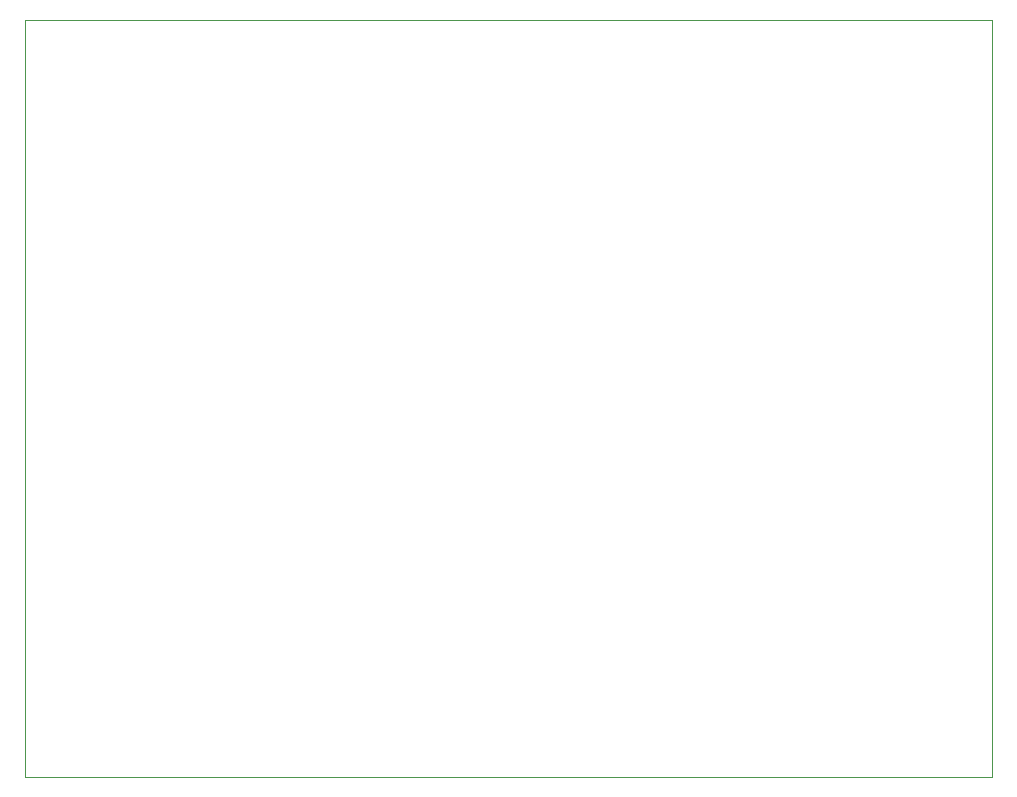
<source format=gko>
G04 #@! TF.GenerationSoftware,KiCad,Pcbnew,5.1.0-060a0da~80~ubuntu18.04.1*
G04 #@! TF.CreationDate,2019-04-21T23:40:02+03:00*
G04 #@! TF.ProjectId,Borjomi,426f726a-6f6d-4692-9e6b-696361645f70,w01*
G04 #@! TF.SameCoordinates,Original*
G04 #@! TF.FileFunction,Profile,NP*
%FSLAX46Y46*%
G04 Gerber Fmt 4.6, Leading zero omitted, Abs format (unit mm)*
G04 Created by KiCad (PCBNEW 5.1.0-060a0da~80~ubuntu18.04.1) date 2019-04-21 23:40:02*
%MOMM*%
%LPD*%
G04 APERTURE LIST*
%ADD10C,0.120000*%
G04 APERTURE END LIST*
D10*
X48895000Y-99060000D02*
X48895000Y-34925000D01*
X130810000Y-99060000D02*
X48895000Y-99060000D01*
X130810000Y-34925000D02*
X130810000Y-99060000D01*
X48895000Y-34925000D02*
X130810000Y-34925000D01*
M02*

</source>
